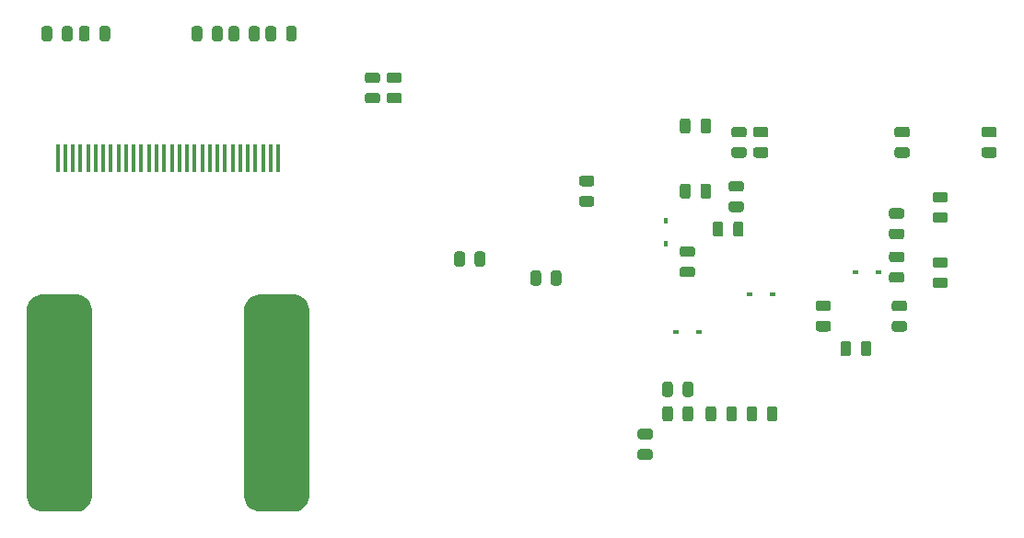
<source format=gbr>
%TF.GenerationSoftware,KiCad,Pcbnew,(5.99.0-2671-gfc0a358ba)*%
%TF.CreationDate,2020-08-29T23:40:29+05:30*%
%TF.ProjectId,Power_Supply,506f7765-725f-4537-9570-706c792e6b69,rev?*%
%TF.SameCoordinates,Original*%
%TF.FileFunction,Paste,Bot*%
%TF.FilePolarity,Positive*%
%FSLAX46Y46*%
G04 Gerber Fmt 4.6, Leading zero omitted, Abs format (unit mm)*
G04 Created by KiCad (PCBNEW (5.99.0-2671-gfc0a358ba)) date 2020-08-29 23:40:29*
%MOMM*%
%LPD*%
G01*
G04 APERTURE LIST*
%ADD10R,0.400000X2.500000*%
%ADD11R,0.600000X0.450000*%
%ADD12R,0.450000X0.600000*%
G04 APERTURE END LIST*
D10*
%TO.C,U10*%
X21850000Y-26500000D03*
X22550000Y-26500000D03*
X23250000Y-26500000D03*
X23950000Y-26500000D03*
X24650000Y-26500000D03*
X25350000Y-26500000D03*
X26050000Y-26500000D03*
X26750000Y-26500000D03*
X27450000Y-26500000D03*
X28150000Y-26500000D03*
X28850000Y-26500000D03*
X29550000Y-26500000D03*
X30250000Y-26500000D03*
X30950000Y-26500000D03*
X31650000Y-26500000D03*
X32350000Y-26500000D03*
X33050000Y-26500000D03*
X33750000Y-26500000D03*
X34450000Y-26500000D03*
X35150000Y-26500000D03*
X35850000Y-26500000D03*
X36550000Y-26500000D03*
X37250000Y-26500000D03*
X37950000Y-26500000D03*
X38650000Y-26500000D03*
X39350000Y-26500000D03*
X40050000Y-26500000D03*
X40750000Y-26500000D03*
X41450000Y-26500000D03*
X42150000Y-26500000D03*
%TD*%
%TO.C,J3*%
G36*
X23737086Y-39014659D02*
G01*
X23973039Y-39072816D01*
X24196608Y-39168070D01*
X24402002Y-39297953D01*
X24583901Y-39459102D01*
X24737595Y-39647342D01*
X24859103Y-39857799D01*
X24945277Y-40085022D01*
X24993886Y-40323126D01*
X25000000Y-40424201D01*
X25000000Y-57555506D01*
X24985341Y-57737086D01*
X24927184Y-57973039D01*
X24831930Y-58196608D01*
X24702047Y-58402002D01*
X24540898Y-58583901D01*
X24352658Y-58737595D01*
X24142201Y-58859103D01*
X23914978Y-58945277D01*
X23676874Y-58993886D01*
X23575799Y-59000000D01*
X20444494Y-59000000D01*
X20262914Y-58985341D01*
X20026961Y-58927184D01*
X19803392Y-58831930D01*
X19597998Y-58702047D01*
X19416099Y-58540898D01*
X19262405Y-58352658D01*
X19140897Y-58142201D01*
X19054723Y-57914978D01*
X19006114Y-57676874D01*
X19000000Y-57575799D01*
X19000000Y-40444494D01*
X19014659Y-40262914D01*
X19072816Y-40026961D01*
X19168070Y-39803392D01*
X19297953Y-39597998D01*
X19459102Y-39416099D01*
X19647342Y-39262405D01*
X19857799Y-39140897D01*
X20085022Y-39054723D01*
X20323126Y-39006114D01*
X20424201Y-39000000D01*
X23555506Y-39000000D01*
X23737086Y-39014659D01*
G37*
%TD*%
%TO.C,J2*%
G36*
X43737086Y-39014659D02*
G01*
X43973039Y-39072816D01*
X44196608Y-39168070D01*
X44402002Y-39297953D01*
X44583901Y-39459102D01*
X44737595Y-39647342D01*
X44859103Y-39857799D01*
X44945277Y-40085022D01*
X44993886Y-40323126D01*
X45000000Y-40424201D01*
X45000000Y-57555506D01*
X44985341Y-57737086D01*
X44927184Y-57973039D01*
X44831930Y-58196608D01*
X44702047Y-58402002D01*
X44540898Y-58583901D01*
X44352658Y-58737595D01*
X44142201Y-58859103D01*
X43914978Y-58945277D01*
X43676874Y-58993886D01*
X43575799Y-59000000D01*
X40444494Y-59000000D01*
X40262914Y-58985341D01*
X40026961Y-58927184D01*
X39803392Y-58831930D01*
X39597998Y-58702047D01*
X39416099Y-58540898D01*
X39262405Y-58352658D01*
X39140897Y-58142201D01*
X39054723Y-57914978D01*
X39006114Y-57676874D01*
X39000000Y-57575799D01*
X39000000Y-40444494D01*
X39014659Y-40262914D01*
X39072816Y-40026961D01*
X39168070Y-39803392D01*
X39297953Y-39597998D01*
X39459102Y-39416099D01*
X39647342Y-39262405D01*
X39857799Y-39140897D01*
X40085022Y-39054723D01*
X40323126Y-39006114D01*
X40424201Y-39000000D01*
X43555506Y-39000000D01*
X43737086Y-39014659D01*
G37*
%TD*%
%TO.C,C32*%
G36*
G01*
X37575000Y-15456250D02*
X37575000Y-14543750D01*
G75*
G02*
X37818750Y-14300000I243750J0D01*
G01*
X38306250Y-14300000D01*
G75*
G02*
X38550000Y-14543750I0J-243750D01*
G01*
X38550000Y-15456250D01*
G75*
G02*
X38306250Y-15700000I-243750J0D01*
G01*
X37818750Y-15700000D01*
G75*
G02*
X37575000Y-15456250I0J243750D01*
G01*
G37*
G36*
G01*
X39450000Y-15456250D02*
X39450000Y-14543750D01*
G75*
G02*
X39693750Y-14300000I243750J0D01*
G01*
X40181250Y-14300000D01*
G75*
G02*
X40425000Y-14543750I0J-243750D01*
G01*
X40425000Y-15456250D01*
G75*
G02*
X40181250Y-15700000I-243750J0D01*
G01*
X39693750Y-15700000D01*
G75*
G02*
X39450000Y-15456250I0J243750D01*
G01*
G37*
%TD*%
D11*
%TO.C,D6*%
X78700000Y-42500000D03*
X80800000Y-42500000D03*
%TD*%
%TO.C,R14*%
G36*
G01*
X53256250Y-21425000D02*
X52343750Y-21425000D01*
G75*
G02*
X52100000Y-21181250I0J243750D01*
G01*
X52100000Y-20693750D01*
G75*
G02*
X52343750Y-20450000I243750J0D01*
G01*
X53256250Y-20450000D01*
G75*
G02*
X53500000Y-20693750I0J-243750D01*
G01*
X53500000Y-21181250D01*
G75*
G02*
X53256250Y-21425000I-243750J0D01*
G01*
G37*
G36*
G01*
X53256250Y-19550000D02*
X52343750Y-19550000D01*
G75*
G02*
X52100000Y-19306250I0J243750D01*
G01*
X52100000Y-18818750D01*
G75*
G02*
X52343750Y-18575000I243750J0D01*
G01*
X53256250Y-18575000D01*
G75*
G02*
X53500000Y-18818750I0J-243750D01*
G01*
X53500000Y-19306250D01*
G75*
G02*
X53256250Y-19550000I-243750J0D01*
G01*
G37*
%TD*%
%TO.C,C3*%
G36*
G01*
X96675000Y-43543750D02*
X96675000Y-44456250D01*
G75*
G02*
X96431250Y-44700000I-243750J0D01*
G01*
X95943750Y-44700000D01*
G75*
G02*
X95700000Y-44456250I0J243750D01*
G01*
X95700000Y-43543750D01*
G75*
G02*
X95943750Y-43300000I243750J0D01*
G01*
X96431250Y-43300000D01*
G75*
G02*
X96675000Y-43543750I0J-243750D01*
G01*
G37*
G36*
G01*
X94800000Y-43543750D02*
X94800000Y-44456250D01*
G75*
G02*
X94556250Y-44700000I-243750J0D01*
G01*
X94068750Y-44700000D01*
G75*
G02*
X93825000Y-44456250I0J243750D01*
G01*
X93825000Y-43543750D01*
G75*
G02*
X94068750Y-43300000I243750J0D01*
G01*
X94556250Y-43300000D01*
G75*
G02*
X94800000Y-43543750I0J-243750D01*
G01*
G37*
%TD*%
%TO.C,C8*%
G36*
G01*
X81445000Y-50456250D02*
X81445000Y-49543750D01*
G75*
G02*
X81688750Y-49300000I243750J0D01*
G01*
X82176250Y-49300000D01*
G75*
G02*
X82420000Y-49543750I0J-243750D01*
G01*
X82420000Y-50456250D01*
G75*
G02*
X82176250Y-50700000I-243750J0D01*
G01*
X81688750Y-50700000D01*
G75*
G02*
X81445000Y-50456250I0J243750D01*
G01*
G37*
G36*
G01*
X83320000Y-50456250D02*
X83320000Y-49543750D01*
G75*
G02*
X83563750Y-49300000I243750J0D01*
G01*
X84051250Y-49300000D01*
G75*
G02*
X84295000Y-49543750I0J-243750D01*
G01*
X84295000Y-50456250D01*
G75*
G02*
X84051250Y-50700000I-243750J0D01*
G01*
X83563750Y-50700000D01*
G75*
G02*
X83320000Y-50456250I0J243750D01*
G01*
G37*
%TD*%
%TO.C,C2*%
G36*
G01*
X98543750Y-31075000D02*
X99456250Y-31075000D01*
G75*
G02*
X99700000Y-31318750I0J-243750D01*
G01*
X99700000Y-31806250D01*
G75*
G02*
X99456250Y-32050000I-243750J0D01*
G01*
X98543750Y-32050000D01*
G75*
G02*
X98300000Y-31806250I0J243750D01*
G01*
X98300000Y-31318750D01*
G75*
G02*
X98543750Y-31075000I243750J0D01*
G01*
G37*
G36*
G01*
X98543750Y-32950000D02*
X99456250Y-32950000D01*
G75*
G02*
X99700000Y-33193750I0J-243750D01*
G01*
X99700000Y-33681250D01*
G75*
G02*
X99456250Y-33925000I-243750J0D01*
G01*
X98543750Y-33925000D01*
G75*
G02*
X98300000Y-33681250I0J243750D01*
G01*
X98300000Y-33193750D01*
G75*
G02*
X98543750Y-32950000I243750J0D01*
G01*
G37*
%TD*%
%TO.C,R11*%
G36*
G01*
X102543750Y-29575000D02*
X103456250Y-29575000D01*
G75*
G02*
X103700000Y-29818750I0J-243750D01*
G01*
X103700000Y-30306250D01*
G75*
G02*
X103456250Y-30550000I-243750J0D01*
G01*
X102543750Y-30550000D01*
G75*
G02*
X102300000Y-30306250I0J243750D01*
G01*
X102300000Y-29818750D01*
G75*
G02*
X102543750Y-29575000I243750J0D01*
G01*
G37*
G36*
G01*
X102543750Y-31450000D02*
X103456250Y-31450000D01*
G75*
G02*
X103700000Y-31693750I0J-243750D01*
G01*
X103700000Y-32181250D01*
G75*
G02*
X103456250Y-32425000I-243750J0D01*
G01*
X102543750Y-32425000D01*
G75*
G02*
X102300000Y-32181250I0J243750D01*
G01*
X102300000Y-31693750D01*
G75*
G02*
X102543750Y-31450000I243750J0D01*
G01*
G37*
%TD*%
%TO.C,D8*%
X95200000Y-37000000D03*
X97300000Y-37000000D03*
%TD*%
%TO.C,R4*%
G36*
G01*
X103456250Y-38425000D02*
X102543750Y-38425000D01*
G75*
G02*
X102300000Y-38181250I0J243750D01*
G01*
X102300000Y-37693750D01*
G75*
G02*
X102543750Y-37450000I243750J0D01*
G01*
X103456250Y-37450000D01*
G75*
G02*
X103700000Y-37693750I0J-243750D01*
G01*
X103700000Y-38181250D01*
G75*
G02*
X103456250Y-38425000I-243750J0D01*
G01*
G37*
G36*
G01*
X103456250Y-36550000D02*
X102543750Y-36550000D01*
G75*
G02*
X102300000Y-36306250I0J243750D01*
G01*
X102300000Y-35818750D01*
G75*
G02*
X102543750Y-35575000I243750J0D01*
G01*
X103456250Y-35575000D01*
G75*
G02*
X103700000Y-35818750I0J-243750D01*
G01*
X103700000Y-36306250D01*
G75*
G02*
X103456250Y-36550000I-243750J0D01*
G01*
G37*
%TD*%
%TO.C,C34*%
G36*
G01*
X43825000Y-14543750D02*
X43825000Y-15456250D01*
G75*
G02*
X43581250Y-15700000I-243750J0D01*
G01*
X43093750Y-15700000D01*
G75*
G02*
X42850000Y-15456250I0J243750D01*
G01*
X42850000Y-14543750D01*
G75*
G02*
X43093750Y-14300000I243750J0D01*
G01*
X43581250Y-14300000D01*
G75*
G02*
X43825000Y-14543750I0J-243750D01*
G01*
G37*
G36*
G01*
X41950000Y-14543750D02*
X41950000Y-15456250D01*
G75*
G02*
X41706250Y-15700000I-243750J0D01*
G01*
X41218750Y-15700000D01*
G75*
G02*
X40975000Y-15456250I0J243750D01*
G01*
X40975000Y-14543750D01*
G75*
G02*
X41218750Y-14300000I243750J0D01*
G01*
X41706250Y-14300000D01*
G75*
G02*
X41950000Y-14543750I0J-243750D01*
G01*
G37*
%TD*%
%TO.C,R25*%
G36*
G01*
X58325000Y-36206250D02*
X58325000Y-35293750D01*
G75*
G02*
X58568750Y-35050000I243750J0D01*
G01*
X59056250Y-35050000D01*
G75*
G02*
X59300000Y-35293750I0J-243750D01*
G01*
X59300000Y-36206250D01*
G75*
G02*
X59056250Y-36450000I-243750J0D01*
G01*
X58568750Y-36450000D01*
G75*
G02*
X58325000Y-36206250I0J243750D01*
G01*
G37*
G36*
G01*
X60200000Y-36206250D02*
X60200000Y-35293750D01*
G75*
G02*
X60443750Y-35050000I243750J0D01*
G01*
X60931250Y-35050000D01*
G75*
G02*
X61175000Y-35293750I0J-243750D01*
G01*
X61175000Y-36206250D01*
G75*
G02*
X60931250Y-36450000I-243750J0D01*
G01*
X60443750Y-36450000D01*
G75*
G02*
X60200000Y-36206250I0J243750D01*
G01*
G37*
%TD*%
%TO.C,D5*%
X85450000Y-39000000D03*
X87550000Y-39000000D03*
%TD*%
%TO.C,C15*%
G36*
G01*
X79293750Y-34575000D02*
X80206250Y-34575000D01*
G75*
G02*
X80450000Y-34818750I0J-243750D01*
G01*
X80450000Y-35306250D01*
G75*
G02*
X80206250Y-35550000I-243750J0D01*
G01*
X79293750Y-35550000D01*
G75*
G02*
X79050000Y-35306250I0J243750D01*
G01*
X79050000Y-34818750D01*
G75*
G02*
X79293750Y-34575000I243750J0D01*
G01*
G37*
G36*
G01*
X79293750Y-36450000D02*
X80206250Y-36450000D01*
G75*
G02*
X80450000Y-36693750I0J-243750D01*
G01*
X80450000Y-37181250D01*
G75*
G02*
X80206250Y-37425000I-243750J0D01*
G01*
X79293750Y-37425000D01*
G75*
G02*
X79050000Y-37181250I0J243750D01*
G01*
X79050000Y-36693750D01*
G75*
G02*
X79293750Y-36450000I243750J0D01*
G01*
G37*
%TD*%
%TO.C,C31*%
G36*
G01*
X23825000Y-15456250D02*
X23825000Y-14543750D01*
G75*
G02*
X24068750Y-14300000I243750J0D01*
G01*
X24556250Y-14300000D01*
G75*
G02*
X24800000Y-14543750I0J-243750D01*
G01*
X24800000Y-15456250D01*
G75*
G02*
X24556250Y-15700000I-243750J0D01*
G01*
X24068750Y-15700000D01*
G75*
G02*
X23825000Y-15456250I0J243750D01*
G01*
G37*
G36*
G01*
X25700000Y-15456250D02*
X25700000Y-14543750D01*
G75*
G02*
X25943750Y-14300000I243750J0D01*
G01*
X26431250Y-14300000D01*
G75*
G02*
X26675000Y-14543750I0J-243750D01*
G01*
X26675000Y-15456250D01*
G75*
G02*
X26431250Y-15700000I-243750J0D01*
G01*
X25943750Y-15700000D01*
G75*
G02*
X25700000Y-15456250I0J243750D01*
G01*
G37*
%TD*%
%TO.C,C10*%
G36*
G01*
X99456250Y-37925000D02*
X98543750Y-37925000D01*
G75*
G02*
X98300000Y-37681250I0J243750D01*
G01*
X98300000Y-37193750D01*
G75*
G02*
X98543750Y-36950000I243750J0D01*
G01*
X99456250Y-36950000D01*
G75*
G02*
X99700000Y-37193750I0J-243750D01*
G01*
X99700000Y-37681250D01*
G75*
G02*
X99456250Y-37925000I-243750J0D01*
G01*
G37*
G36*
G01*
X99456250Y-36050000D02*
X98543750Y-36050000D01*
G75*
G02*
X98300000Y-35806250I0J243750D01*
G01*
X98300000Y-35318750D01*
G75*
G02*
X98543750Y-35075000I243750J0D01*
G01*
X99456250Y-35075000D01*
G75*
G02*
X99700000Y-35318750I0J-243750D01*
G01*
X99700000Y-35806250D01*
G75*
G02*
X99456250Y-36050000I-243750J0D01*
G01*
G37*
%TD*%
%TO.C,R5*%
G36*
G01*
X51256250Y-21425000D02*
X50343750Y-21425000D01*
G75*
G02*
X50100000Y-21181250I0J243750D01*
G01*
X50100000Y-20693750D01*
G75*
G02*
X50343750Y-20450000I243750J0D01*
G01*
X51256250Y-20450000D01*
G75*
G02*
X51500000Y-20693750I0J-243750D01*
G01*
X51500000Y-21181250D01*
G75*
G02*
X51256250Y-21425000I-243750J0D01*
G01*
G37*
G36*
G01*
X51256250Y-19550000D02*
X50343750Y-19550000D01*
G75*
G02*
X50100000Y-19306250I0J243750D01*
G01*
X50100000Y-18818750D01*
G75*
G02*
X50343750Y-18575000I243750J0D01*
G01*
X51256250Y-18575000D01*
G75*
G02*
X51500000Y-18818750I0J-243750D01*
G01*
X51500000Y-19306250D01*
G75*
G02*
X51256250Y-19550000I-243750J0D01*
G01*
G37*
%TD*%
%TO.C,C14*%
G36*
G01*
X75413750Y-51375000D02*
X76326250Y-51375000D01*
G75*
G02*
X76570000Y-51618750I0J-243750D01*
G01*
X76570000Y-52106250D01*
G75*
G02*
X76326250Y-52350000I-243750J0D01*
G01*
X75413750Y-52350000D01*
G75*
G02*
X75170000Y-52106250I0J243750D01*
G01*
X75170000Y-51618750D01*
G75*
G02*
X75413750Y-51375000I243750J0D01*
G01*
G37*
G36*
G01*
X75413750Y-53250000D02*
X76326250Y-53250000D01*
G75*
G02*
X76570000Y-53493750I0J-243750D01*
G01*
X76570000Y-53981250D01*
G75*
G02*
X76326250Y-54225000I-243750J0D01*
G01*
X75413750Y-54225000D01*
G75*
G02*
X75170000Y-53981250I0J243750D01*
G01*
X75170000Y-53493750D01*
G75*
G02*
X75413750Y-53250000I243750J0D01*
G01*
G37*
%TD*%
%TO.C,R2*%
G36*
G01*
X107043750Y-23575000D02*
X107956250Y-23575000D01*
G75*
G02*
X108200000Y-23818750I0J-243750D01*
G01*
X108200000Y-24306250D01*
G75*
G02*
X107956250Y-24550000I-243750J0D01*
G01*
X107043750Y-24550000D01*
G75*
G02*
X106800000Y-24306250I0J243750D01*
G01*
X106800000Y-23818750D01*
G75*
G02*
X107043750Y-23575000I243750J0D01*
G01*
G37*
G36*
G01*
X107043750Y-25450000D02*
X107956250Y-25450000D01*
G75*
G02*
X108200000Y-25693750I0J-243750D01*
G01*
X108200000Y-26181250D01*
G75*
G02*
X107956250Y-26425000I-243750J0D01*
G01*
X107043750Y-26425000D01*
G75*
G02*
X106800000Y-26181250I0J243750D01*
G01*
X106800000Y-25693750D01*
G75*
G02*
X107043750Y-25450000I243750J0D01*
G01*
G37*
%TD*%
%TO.C,R3*%
G36*
G01*
X99706250Y-42425000D02*
X98793750Y-42425000D01*
G75*
G02*
X98550000Y-42181250I0J243750D01*
G01*
X98550000Y-41693750D01*
G75*
G02*
X98793750Y-41450000I243750J0D01*
G01*
X99706250Y-41450000D01*
G75*
G02*
X99950000Y-41693750I0J-243750D01*
G01*
X99950000Y-42181250D01*
G75*
G02*
X99706250Y-42425000I-243750J0D01*
G01*
G37*
G36*
G01*
X99706250Y-40550000D02*
X98793750Y-40550000D01*
G75*
G02*
X98550000Y-40306250I0J243750D01*
G01*
X98550000Y-39818750D01*
G75*
G02*
X98793750Y-39575000I243750J0D01*
G01*
X99706250Y-39575000D01*
G75*
G02*
X99950000Y-39818750I0J-243750D01*
G01*
X99950000Y-40306250D01*
G75*
G02*
X99706250Y-40550000I-243750J0D01*
G01*
G37*
%TD*%
%TO.C,R12*%
G36*
G01*
X85195000Y-50456250D02*
X85195000Y-49543750D01*
G75*
G02*
X85438750Y-49300000I243750J0D01*
G01*
X85926250Y-49300000D01*
G75*
G02*
X86170000Y-49543750I0J-243750D01*
G01*
X86170000Y-50456250D01*
G75*
G02*
X85926250Y-50700000I-243750J0D01*
G01*
X85438750Y-50700000D01*
G75*
G02*
X85195000Y-50456250I0J243750D01*
G01*
G37*
G36*
G01*
X87070000Y-50456250D02*
X87070000Y-49543750D01*
G75*
G02*
X87313750Y-49300000I243750J0D01*
G01*
X87801250Y-49300000D01*
G75*
G02*
X88045000Y-49543750I0J-243750D01*
G01*
X88045000Y-50456250D01*
G75*
G02*
X87801250Y-50700000I-243750J0D01*
G01*
X87313750Y-50700000D01*
G75*
G02*
X87070000Y-50456250I0J243750D01*
G01*
G37*
%TD*%
%TO.C,C33*%
G36*
G01*
X23225000Y-14543750D02*
X23225000Y-15456250D01*
G75*
G02*
X22981250Y-15700000I-243750J0D01*
G01*
X22493750Y-15700000D01*
G75*
G02*
X22250000Y-15456250I0J243750D01*
G01*
X22250000Y-14543750D01*
G75*
G02*
X22493750Y-14300000I243750J0D01*
G01*
X22981250Y-14300000D01*
G75*
G02*
X23225000Y-14543750I0J-243750D01*
G01*
G37*
G36*
G01*
X21350000Y-14543750D02*
X21350000Y-15456250D01*
G75*
G02*
X21106250Y-15700000I-243750J0D01*
G01*
X20618750Y-15700000D01*
G75*
G02*
X20375000Y-15456250I0J243750D01*
G01*
X20375000Y-14543750D01*
G75*
G02*
X20618750Y-14300000I243750J0D01*
G01*
X21106250Y-14300000D01*
G75*
G02*
X21350000Y-14543750I0J-243750D01*
G01*
G37*
%TD*%
%TO.C,C22*%
G36*
G01*
X86043750Y-23575000D02*
X86956250Y-23575000D01*
G75*
G02*
X87200000Y-23818750I0J-243750D01*
G01*
X87200000Y-24306250D01*
G75*
G02*
X86956250Y-24550000I-243750J0D01*
G01*
X86043750Y-24550000D01*
G75*
G02*
X85800000Y-24306250I0J243750D01*
G01*
X85800000Y-23818750D01*
G75*
G02*
X86043750Y-23575000I243750J0D01*
G01*
G37*
G36*
G01*
X86043750Y-25450000D02*
X86956250Y-25450000D01*
G75*
G02*
X87200000Y-25693750I0J-243750D01*
G01*
X87200000Y-26181250D01*
G75*
G02*
X86956250Y-26425000I-243750J0D01*
G01*
X86043750Y-26425000D01*
G75*
G02*
X85800000Y-26181250I0J243750D01*
G01*
X85800000Y-25693750D01*
G75*
G02*
X86043750Y-25450000I243750J0D01*
G01*
G37*
%TD*%
%TO.C,C13*%
G36*
G01*
X77445000Y-50456250D02*
X77445000Y-49543750D01*
G75*
G02*
X77688750Y-49300000I243750J0D01*
G01*
X78176250Y-49300000D01*
G75*
G02*
X78420000Y-49543750I0J-243750D01*
G01*
X78420000Y-50456250D01*
G75*
G02*
X78176250Y-50700000I-243750J0D01*
G01*
X77688750Y-50700000D01*
G75*
G02*
X77445000Y-50456250I0J243750D01*
G01*
G37*
G36*
G01*
X79320000Y-50456250D02*
X79320000Y-49543750D01*
G75*
G02*
X79563750Y-49300000I243750J0D01*
G01*
X80051250Y-49300000D01*
G75*
G02*
X80295000Y-49543750I0J-243750D01*
G01*
X80295000Y-50456250D01*
G75*
G02*
X80051250Y-50700000I-243750J0D01*
G01*
X79563750Y-50700000D01*
G75*
G02*
X79320000Y-50456250I0J243750D01*
G01*
G37*
%TD*%
%TO.C,R1*%
G36*
G01*
X99043750Y-23575000D02*
X99956250Y-23575000D01*
G75*
G02*
X100200000Y-23818750I0J-243750D01*
G01*
X100200000Y-24306250D01*
G75*
G02*
X99956250Y-24550000I-243750J0D01*
G01*
X99043750Y-24550000D01*
G75*
G02*
X98800000Y-24306250I0J243750D01*
G01*
X98800000Y-23818750D01*
G75*
G02*
X99043750Y-23575000I243750J0D01*
G01*
G37*
G36*
G01*
X99043750Y-25450000D02*
X99956250Y-25450000D01*
G75*
G02*
X100200000Y-25693750I0J-243750D01*
G01*
X100200000Y-26181250D01*
G75*
G02*
X99956250Y-26425000I-243750J0D01*
G01*
X99043750Y-26425000D01*
G75*
G02*
X98800000Y-26181250I0J243750D01*
G01*
X98800000Y-25693750D01*
G75*
G02*
X99043750Y-25450000I243750J0D01*
G01*
G37*
%TD*%
%TO.C,C21*%
G36*
G01*
X70956250Y-30925000D02*
X70043750Y-30925000D01*
G75*
G02*
X69800000Y-30681250I0J243750D01*
G01*
X69800000Y-30193750D01*
G75*
G02*
X70043750Y-29950000I243750J0D01*
G01*
X70956250Y-29950000D01*
G75*
G02*
X71200000Y-30193750I0J-243750D01*
G01*
X71200000Y-30681250D01*
G75*
G02*
X70956250Y-30925000I-243750J0D01*
G01*
G37*
G36*
G01*
X70956250Y-29050000D02*
X70043750Y-29050000D01*
G75*
G02*
X69800000Y-28806250I0J243750D01*
G01*
X69800000Y-28318750D01*
G75*
G02*
X70043750Y-28075000I243750J0D01*
G01*
X70956250Y-28075000D01*
G75*
G02*
X71200000Y-28318750I0J-243750D01*
G01*
X71200000Y-28806250D01*
G75*
G02*
X70956250Y-29050000I-243750J0D01*
G01*
G37*
%TD*%
%TO.C,C19*%
G36*
G01*
X68175000Y-37043750D02*
X68175000Y-37956250D01*
G75*
G02*
X67931250Y-38200000I-243750J0D01*
G01*
X67443750Y-38200000D01*
G75*
G02*
X67200000Y-37956250I0J243750D01*
G01*
X67200000Y-37043750D01*
G75*
G02*
X67443750Y-36800000I243750J0D01*
G01*
X67931250Y-36800000D01*
G75*
G02*
X68175000Y-37043750I0J-243750D01*
G01*
G37*
G36*
G01*
X66300000Y-37043750D02*
X66300000Y-37956250D01*
G75*
G02*
X66056250Y-38200000I-243750J0D01*
G01*
X65568750Y-38200000D01*
G75*
G02*
X65325000Y-37956250I0J243750D01*
G01*
X65325000Y-37043750D01*
G75*
G02*
X65568750Y-36800000I243750J0D01*
G01*
X66056250Y-36800000D01*
G75*
G02*
X66300000Y-37043750I0J-243750D01*
G01*
G37*
%TD*%
%TO.C,C24*%
G36*
G01*
X81925000Y-23043750D02*
X81925000Y-23956250D01*
G75*
G02*
X81681250Y-24200000I-243750J0D01*
G01*
X81193750Y-24200000D01*
G75*
G02*
X80950000Y-23956250I0J243750D01*
G01*
X80950000Y-23043750D01*
G75*
G02*
X81193750Y-22800000I243750J0D01*
G01*
X81681250Y-22800000D01*
G75*
G02*
X81925000Y-23043750I0J-243750D01*
G01*
G37*
G36*
G01*
X80050000Y-23043750D02*
X80050000Y-23956250D01*
G75*
G02*
X79806250Y-24200000I-243750J0D01*
G01*
X79318750Y-24200000D01*
G75*
G02*
X79075000Y-23956250I0J243750D01*
G01*
X79075000Y-23043750D01*
G75*
G02*
X79318750Y-22800000I243750J0D01*
G01*
X79806250Y-22800000D01*
G75*
G02*
X80050000Y-23043750I0J-243750D01*
G01*
G37*
%TD*%
D12*
%TO.C,D7*%
X77750000Y-32200000D03*
X77750000Y-34300000D03*
%TD*%
%TO.C,R15*%
G36*
G01*
X34175000Y-15456250D02*
X34175000Y-14543750D01*
G75*
G02*
X34418750Y-14300000I243750J0D01*
G01*
X34906250Y-14300000D01*
G75*
G02*
X35150000Y-14543750I0J-243750D01*
G01*
X35150000Y-15456250D01*
G75*
G02*
X34906250Y-15700000I-243750J0D01*
G01*
X34418750Y-15700000D01*
G75*
G02*
X34175000Y-15456250I0J243750D01*
G01*
G37*
G36*
G01*
X36050000Y-15456250D02*
X36050000Y-14543750D01*
G75*
G02*
X36293750Y-14300000I243750J0D01*
G01*
X36781250Y-14300000D01*
G75*
G02*
X37025000Y-14543750I0J-243750D01*
G01*
X37025000Y-15456250D01*
G75*
G02*
X36781250Y-15700000I-243750J0D01*
G01*
X36293750Y-15700000D01*
G75*
G02*
X36050000Y-15456250I0J243750D01*
G01*
G37*
%TD*%
%TO.C,R7*%
G36*
G01*
X80295000Y-47293750D02*
X80295000Y-48206250D01*
G75*
G02*
X80051250Y-48450000I-243750J0D01*
G01*
X79563750Y-48450000D01*
G75*
G02*
X79320000Y-48206250I0J243750D01*
G01*
X79320000Y-47293750D01*
G75*
G02*
X79563750Y-47050000I243750J0D01*
G01*
X80051250Y-47050000D01*
G75*
G02*
X80295000Y-47293750I0J-243750D01*
G01*
G37*
G36*
G01*
X78420000Y-47293750D02*
X78420000Y-48206250D01*
G75*
G02*
X78176250Y-48450000I-243750J0D01*
G01*
X77688750Y-48450000D01*
G75*
G02*
X77445000Y-48206250I0J243750D01*
G01*
X77445000Y-47293750D01*
G75*
G02*
X77688750Y-47050000I243750J0D01*
G01*
X78176250Y-47050000D01*
G75*
G02*
X78420000Y-47293750I0J-243750D01*
G01*
G37*
%TD*%
%TO.C,C26*%
G36*
G01*
X79075000Y-29956250D02*
X79075000Y-29043750D01*
G75*
G02*
X79318750Y-28800000I243750J0D01*
G01*
X79806250Y-28800000D01*
G75*
G02*
X80050000Y-29043750I0J-243750D01*
G01*
X80050000Y-29956250D01*
G75*
G02*
X79806250Y-30200000I-243750J0D01*
G01*
X79318750Y-30200000D01*
G75*
G02*
X79075000Y-29956250I0J243750D01*
G01*
G37*
G36*
G01*
X80950000Y-29956250D02*
X80950000Y-29043750D01*
G75*
G02*
X81193750Y-28800000I243750J0D01*
G01*
X81681250Y-28800000D01*
G75*
G02*
X81925000Y-29043750I0J-243750D01*
G01*
X81925000Y-29956250D01*
G75*
G02*
X81681250Y-30200000I-243750J0D01*
G01*
X81193750Y-30200000D01*
G75*
G02*
X80950000Y-29956250I0J243750D01*
G01*
G37*
%TD*%
%TO.C,C17*%
G36*
G01*
X82075000Y-33456250D02*
X82075000Y-32543750D01*
G75*
G02*
X82318750Y-32300000I243750J0D01*
G01*
X82806250Y-32300000D01*
G75*
G02*
X83050000Y-32543750I0J-243750D01*
G01*
X83050000Y-33456250D01*
G75*
G02*
X82806250Y-33700000I-243750J0D01*
G01*
X82318750Y-33700000D01*
G75*
G02*
X82075000Y-33456250I0J243750D01*
G01*
G37*
G36*
G01*
X83950000Y-33456250D02*
X83950000Y-32543750D01*
G75*
G02*
X84193750Y-32300000I243750J0D01*
G01*
X84681250Y-32300000D01*
G75*
G02*
X84925000Y-32543750I0J-243750D01*
G01*
X84925000Y-33456250D01*
G75*
G02*
X84681250Y-33700000I-243750J0D01*
G01*
X84193750Y-33700000D01*
G75*
G02*
X83950000Y-33456250I0J243750D01*
G01*
G37*
%TD*%
%TO.C,C11*%
G36*
G01*
X92706250Y-42425000D02*
X91793750Y-42425000D01*
G75*
G02*
X91550000Y-42181250I0J243750D01*
G01*
X91550000Y-41693750D01*
G75*
G02*
X91793750Y-41450000I243750J0D01*
G01*
X92706250Y-41450000D01*
G75*
G02*
X92950000Y-41693750I0J-243750D01*
G01*
X92950000Y-42181250D01*
G75*
G02*
X92706250Y-42425000I-243750J0D01*
G01*
G37*
G36*
G01*
X92706250Y-40550000D02*
X91793750Y-40550000D01*
G75*
G02*
X91550000Y-40306250I0J243750D01*
G01*
X91550000Y-39818750D01*
G75*
G02*
X91793750Y-39575000I243750J0D01*
G01*
X92706250Y-39575000D01*
G75*
G02*
X92950000Y-39818750I0J-243750D01*
G01*
X92950000Y-40306250D01*
G75*
G02*
X92706250Y-40550000I-243750J0D01*
G01*
G37*
%TD*%
%TO.C,C23*%
G36*
G01*
X84956250Y-26425000D02*
X84043750Y-26425000D01*
G75*
G02*
X83800000Y-26181250I0J243750D01*
G01*
X83800000Y-25693750D01*
G75*
G02*
X84043750Y-25450000I243750J0D01*
G01*
X84956250Y-25450000D01*
G75*
G02*
X85200000Y-25693750I0J-243750D01*
G01*
X85200000Y-26181250D01*
G75*
G02*
X84956250Y-26425000I-243750J0D01*
G01*
G37*
G36*
G01*
X84956250Y-24550000D02*
X84043750Y-24550000D01*
G75*
G02*
X83800000Y-24306250I0J243750D01*
G01*
X83800000Y-23818750D01*
G75*
G02*
X84043750Y-23575000I243750J0D01*
G01*
X84956250Y-23575000D01*
G75*
G02*
X85200000Y-23818750I0J-243750D01*
G01*
X85200000Y-24306250D01*
G75*
G02*
X84956250Y-24550000I-243750J0D01*
G01*
G37*
%TD*%
%TO.C,C9*%
G36*
G01*
X83793750Y-28575000D02*
X84706250Y-28575000D01*
G75*
G02*
X84950000Y-28818750I0J-243750D01*
G01*
X84950000Y-29306250D01*
G75*
G02*
X84706250Y-29550000I-243750J0D01*
G01*
X83793750Y-29550000D01*
G75*
G02*
X83550000Y-29306250I0J243750D01*
G01*
X83550000Y-28818750D01*
G75*
G02*
X83793750Y-28575000I243750J0D01*
G01*
G37*
G36*
G01*
X83793750Y-30450000D02*
X84706250Y-30450000D01*
G75*
G02*
X84950000Y-30693750I0J-243750D01*
G01*
X84950000Y-31181250D01*
G75*
G02*
X84706250Y-31425000I-243750J0D01*
G01*
X83793750Y-31425000D01*
G75*
G02*
X83550000Y-31181250I0J243750D01*
G01*
X83550000Y-30693750D01*
G75*
G02*
X83793750Y-30450000I243750J0D01*
G01*
G37*
%TD*%
M02*

</source>
